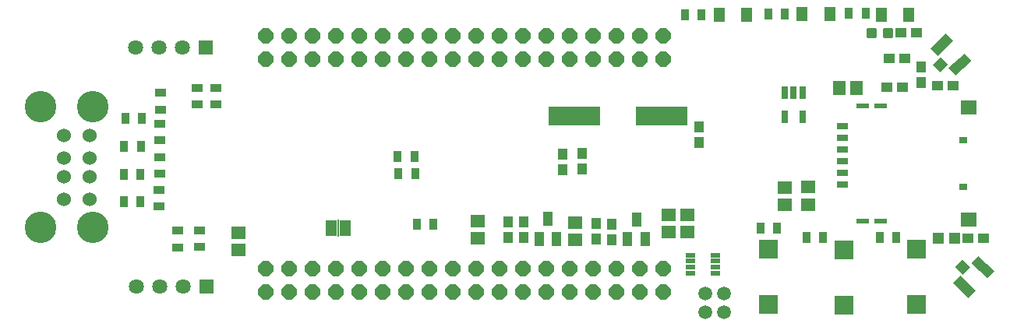
<source format=gbr>
G04 EAGLE Gerber RS-274X export*
G75*
%MOMM*%
%FSLAX34Y34*%
%LPD*%
%INSoldermask Top*%
%IPPOS*%
%AMOC8*
5,1,8,0,0,1.08239X$1,22.5*%
G01*
%ADD10R,1.601600X1.401600*%
%ADD11R,1.251600X0.751600*%
%ADD12R,1.401600X0.551600*%
%ADD13R,1.801600X1.501600*%
%ADD14R,0.901600X0.641600*%
%ADD15R,1.301600X1.501600*%
%ADD16R,1.631600X1.631600*%
%ADD17C,1.631600*%
%ADD18R,0.901600X1.301600*%
%ADD19R,2.101600X2.101600*%
%ADD20R,1.401600X1.601600*%
%ADD21P,1.759533X8X22.500000*%
%ADD22R,0.762000X1.371600*%
%ADD23R,0.736600X1.371600*%
%ADD24C,1.509600*%
%ADD25C,1.524000*%
%ADD26C,3.429000*%
%ADD27R,1.101600X1.501600*%
%ADD28R,1.101600X1.201600*%
%ADD29R,1.301600X0.901600*%
%ADD30R,1.143000X2.362200*%
%ADD31R,1.143000X1.193800*%
%ADD32R,5.613400X2.108200*%
%ADD33R,1.201600X1.101600*%
%ADD34C,0.396575*%
%ADD35R,1.270000X1.701800*%
%ADD36R,0.152400X1.828800*%
%ADD37R,1.079500X0.533400*%
%ADD38R,1.151600X1.181600*%


D10*
X863734Y148506D03*
X863734Y129506D03*
X838388Y148036D03*
X838388Y129036D03*
D11*
X900700Y201950D03*
X900700Y176550D03*
X900700Y151150D03*
X900700Y214650D03*
X900700Y189250D03*
X900700Y163850D03*
D12*
X922400Y237100D03*
X942400Y237100D03*
D13*
X1038000Y235450D03*
X1038000Y113350D03*
D12*
X942400Y111700D03*
X922400Y111700D03*
D14*
X1032200Y149000D03*
X1032200Y199800D03*
D15*
X943150Y336134D03*
X973150Y336134D03*
X856900Y336350D03*
X886900Y336350D03*
X766900Y335550D03*
X796900Y335550D03*
D16*
X209400Y300200D03*
D17*
X184000Y300200D03*
X158600Y300200D03*
X133200Y300200D03*
D18*
X747550Y335550D03*
X729550Y335550D03*
X838450Y336650D03*
X820450Y336650D03*
X925950Y337250D03*
X907950Y337250D03*
X811972Y103722D03*
X829972Y103722D03*
D19*
X820180Y80750D03*
X820180Y20750D03*
D20*
X897280Y256540D03*
X916280Y256540D03*
D16*
X210000Y40000D03*
D17*
X184600Y40000D03*
X159200Y40000D03*
X133800Y40000D03*
D10*
X244822Y98846D03*
X244822Y79846D03*
D18*
X861420Y93830D03*
X879420Y93830D03*
D19*
X902840Y80250D03*
X902840Y20250D03*
D18*
X941232Y93736D03*
X959232Y93736D03*
D19*
X981590Y81012D03*
X981590Y21012D03*
D21*
X274100Y34800D03*
X299500Y34800D03*
X324900Y34800D03*
X350300Y34800D03*
X375700Y34800D03*
X401100Y34800D03*
X274100Y60200D03*
X299500Y60200D03*
X324900Y60200D03*
X350300Y60200D03*
X375700Y60200D03*
X401100Y60200D03*
X426500Y34800D03*
X426500Y60200D03*
X451900Y34800D03*
X477300Y34800D03*
X502700Y34800D03*
X528100Y34800D03*
X553500Y34800D03*
X578900Y34800D03*
X451900Y60200D03*
X477300Y60200D03*
X502700Y60200D03*
X528100Y60200D03*
X553500Y60200D03*
X578900Y60200D03*
X604300Y34800D03*
X604300Y60200D03*
X629700Y34800D03*
X655100Y34800D03*
X680500Y34800D03*
X629700Y60200D03*
X655100Y60200D03*
X680500Y60200D03*
X705900Y34800D03*
X705900Y60200D03*
X274100Y287300D03*
X299500Y287300D03*
X324900Y287300D03*
X350300Y287300D03*
X375700Y287300D03*
X401100Y287300D03*
X274100Y312700D03*
X299500Y312700D03*
X324900Y312700D03*
X350300Y312700D03*
X375700Y312700D03*
X401100Y312700D03*
X426500Y287300D03*
X426500Y312700D03*
X451900Y287300D03*
X477300Y287300D03*
X502700Y287300D03*
X528100Y287300D03*
X553500Y287300D03*
X578900Y287300D03*
X451900Y312700D03*
X477300Y312700D03*
X502700Y312700D03*
X528100Y312700D03*
X553500Y312700D03*
X578900Y312700D03*
X604300Y287300D03*
X604300Y312700D03*
X629700Y287300D03*
X655100Y287300D03*
X680500Y287300D03*
X629700Y312700D03*
X655100Y312700D03*
X680500Y312700D03*
X705900Y287300D03*
X705900Y312700D03*
D22*
X838190Y224640D03*
D23*
X857190Y224640D03*
X838190Y250940D03*
X847690Y250940D03*
X857190Y250940D03*
D24*
X751688Y12384D03*
X751688Y32384D03*
X771688Y12384D03*
X771688Y32384D03*
D25*
X82500Y205000D03*
X82500Y180108D03*
X82500Y160042D03*
X82500Y134896D03*
X55322Y205000D03*
X55322Y180108D03*
X55322Y160042D03*
X55322Y134896D03*
D26*
X29160Y235734D03*
X29160Y104416D03*
X86056Y235734D03*
X86056Y104416D03*
D18*
X418460Y162904D03*
X436460Y162904D03*
X417698Y181806D03*
X435698Y181806D03*
D27*
X580888Y114188D03*
X590388Y92188D03*
X571388Y92188D03*
X676900Y113610D03*
X686400Y91610D03*
X667400Y91610D03*
D10*
X609952Y110014D03*
X609952Y91014D03*
X732266Y99536D03*
X732266Y118536D03*
X711896Y118650D03*
X711896Y99650D03*
D28*
X649852Y108466D03*
X649852Y91466D03*
X554326Y93464D03*
X554326Y110464D03*
X633390Y108720D03*
X633390Y91720D03*
X537792Y93464D03*
X537792Y110464D03*
D29*
X159586Y232790D03*
X159586Y250790D03*
X159280Y199262D03*
X159280Y217262D03*
X158780Y180976D03*
X158780Y162976D03*
X158324Y145416D03*
X158324Y127416D03*
D30*
G36*
X1003973Y291097D02*
X996222Y299497D01*
X1013581Y315515D01*
X1021332Y307115D01*
X1003973Y291097D01*
G37*
G36*
X1023918Y269483D02*
X1016167Y277883D01*
X1033526Y293901D01*
X1041277Y285501D01*
X1023918Y269483D01*
G37*
D31*
G36*
X1006509Y273429D02*
X998758Y281828D01*
X1007531Y289923D01*
X1015282Y281524D01*
X1006509Y273429D01*
G37*
D10*
X504924Y111604D03*
X504924Y92604D03*
D32*
X704354Y225996D03*
X609358Y225996D03*
D28*
X618160Y168446D03*
X618160Y185446D03*
X744722Y214292D03*
X744722Y197292D03*
X597200Y184574D03*
X597200Y167574D03*
D18*
X122008Y223094D03*
X140008Y223094D03*
X120484Y192920D03*
X138484Y192920D03*
X119976Y162492D03*
X137976Y162492D03*
X119722Y133080D03*
X137722Y133080D03*
X456350Y107914D03*
X438350Y107914D03*
D33*
X968422Y288844D03*
X951422Y288844D03*
X965882Y257310D03*
X948882Y257310D03*
D28*
X985932Y278920D03*
X985932Y261920D03*
D33*
X1021040Y258650D03*
X1004040Y258650D03*
D34*
X935825Y312705D02*
X935825Y319755D01*
X935825Y312705D02*
X928775Y312705D01*
X928775Y319755D01*
X935825Y319755D01*
X935825Y316473D02*
X928775Y316473D01*
X953365Y319755D02*
X953365Y312705D01*
X946315Y312705D01*
X946315Y319755D01*
X953365Y319755D01*
X953365Y316473D02*
X946315Y316473D01*
D33*
X964320Y316230D03*
X981320Y316230D03*
D29*
X219964Y256142D03*
X219964Y238142D03*
X199644Y256142D03*
X199644Y238142D03*
X201930Y83202D03*
X201930Y101202D03*
X178562Y82948D03*
X178562Y100948D03*
D35*
X360680Y103886D03*
X345440Y103886D03*
D36*
X353060Y103886D03*
D37*
X762699Y55020D03*
X762699Y61520D03*
X762699Y68020D03*
X762699Y74520D03*
X735394Y74520D03*
X735394Y68020D03*
X735394Y61520D03*
X735394Y55020D03*
D30*
G36*
X1040645Y65426D02*
X1048426Y73799D01*
X1065729Y57720D01*
X1057948Y49347D01*
X1040645Y65426D01*
G37*
G36*
X1020625Y43882D02*
X1028406Y52255D01*
X1045709Y36176D01*
X1037928Y27803D01*
X1020625Y43882D01*
G37*
D31*
G36*
X1023224Y61542D02*
X1031004Y69914D01*
X1039748Y61788D01*
X1031968Y53416D01*
X1023224Y61542D01*
G37*
D33*
X1053964Y92456D03*
X1036964Y92456D03*
D38*
X1022464Y92710D03*
X1004964Y92710D03*
M02*

</source>
